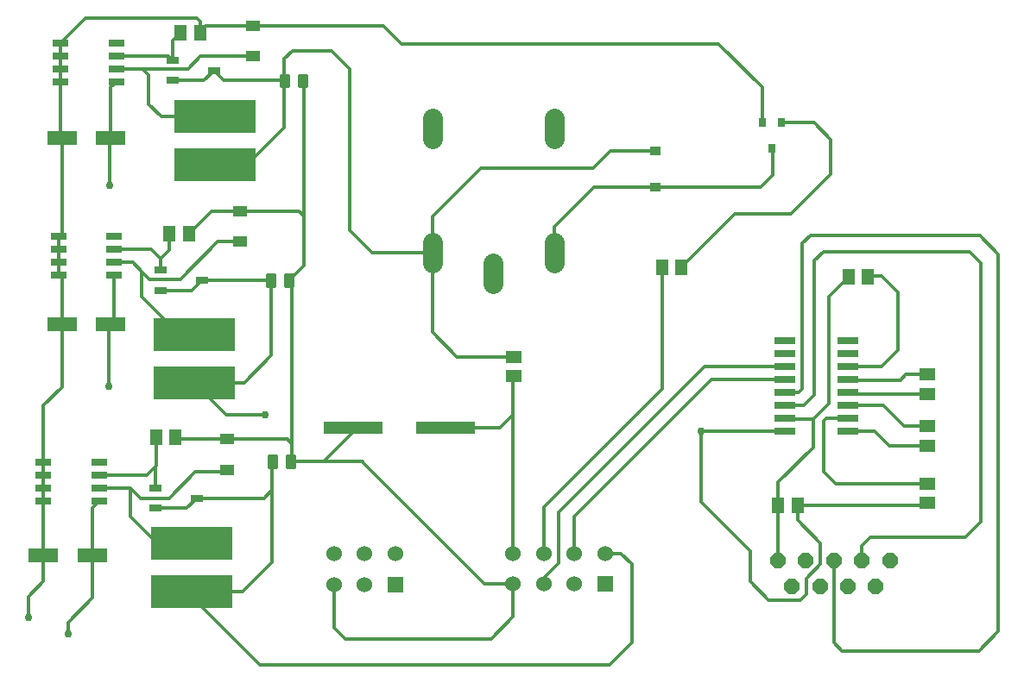
<source format=gbr>
G04 EAGLE Gerber RS-274X export*
G75*
%MOMM*%
%FSLAX34Y34*%
%LPD*%
%INTop Copper*%
%IPPOS*%
%AMOC8*
5,1,8,0,0,1.08239X$1,22.5*%
G01*
%ADD10R,2.032000X0.660400*%
%ADD11R,1.300000X1.500000*%
%ADD12R,1.500000X1.300000*%
%ADD13P,1.649562X8X202.500000*%
%ADD14C,1.530000*%
%ADD15R,1.530000X1.530000*%
%ADD16R,1.550000X0.700000*%
%ADD17R,8.000000X3.300000*%
%ADD18R,1.370000X1.120000*%
%ADD19R,1.270000X0.635000*%
%ADD20C,0.254000*%
%ADD21R,3.000000X1.400000*%
%ADD22C,1.981200*%
%ADD23R,1.130000X0.920000*%
%ADD24R,0.650000X0.950000*%
%ADD25R,5.750000X1.200000*%
%ADD26C,0.304800*%
%ADD27C,0.756400*%


D10*
X843734Y249550D03*
X782266Y249550D03*
X843734Y262250D03*
X843734Y274950D03*
X782266Y262250D03*
X782266Y274950D03*
X843734Y287650D03*
X782266Y287650D03*
X843734Y300350D03*
X782266Y300350D03*
X843734Y313050D03*
X843734Y325750D03*
X782266Y313050D03*
X782266Y325750D03*
X843734Y338450D03*
X782266Y338450D03*
D11*
X863500Y401000D03*
X844500Y401000D03*
D12*
X922000Y254500D03*
X922000Y235500D03*
X922000Y305500D03*
X922000Y286500D03*
D11*
X775500Y177000D03*
X794500Y177000D03*
D12*
X922000Y198500D03*
X922000Y179500D03*
D13*
X884864Y122700D03*
X857432Y122700D03*
X830000Y122700D03*
X802568Y122700D03*
X775136Y122700D03*
X871148Y97300D03*
X843716Y97300D03*
X816284Y97300D03*
X788852Y97300D03*
D14*
X575622Y99652D03*
X575622Y129652D03*
X545622Y99652D03*
X545622Y129652D03*
D15*
X605622Y99652D03*
D14*
X515622Y99652D03*
X605622Y129652D03*
X515622Y129652D03*
D15*
X400000Y99420D03*
D14*
X400000Y129420D03*
X370000Y99420D03*
X340000Y99420D03*
X370000Y129420D03*
X340000Y129420D03*
D12*
X516000Y322500D03*
X516000Y303500D03*
D16*
X126250Y592950D03*
X126250Y605650D03*
X126250Y618350D03*
X126250Y631050D03*
X71750Y631050D03*
X71750Y618350D03*
X71750Y605650D03*
X71750Y592950D03*
D17*
X223000Y558500D03*
X223000Y511500D03*
D18*
X260000Y618000D03*
X260000Y648000D03*
D19*
X222000Y604000D03*
X182000Y614000D03*
X182000Y594000D03*
D20*
X305080Y599715D02*
X312700Y599715D01*
X312700Y588285D01*
X305080Y588285D01*
X305080Y599715D01*
X305080Y590698D02*
X312700Y590698D01*
X312700Y593111D02*
X305080Y593111D01*
X305080Y595524D02*
X312700Y595524D01*
X312700Y597937D02*
X305080Y597937D01*
X294920Y599715D02*
X287300Y599715D01*
X294920Y599715D02*
X294920Y588285D01*
X287300Y588285D01*
X287300Y599715D01*
X287300Y590698D02*
X294920Y590698D01*
X294920Y593111D02*
X287300Y593111D01*
X287300Y595524D02*
X294920Y595524D01*
X294920Y597937D02*
X287300Y597937D01*
D16*
X124250Y402950D03*
X124250Y415650D03*
X124250Y428350D03*
X124250Y441050D03*
X69750Y441050D03*
X69750Y428350D03*
X69750Y415650D03*
X69750Y402950D03*
D17*
X203000Y344500D03*
X203000Y297500D03*
D18*
X248000Y436000D03*
X248000Y466000D03*
D19*
X210000Y398000D03*
X170000Y408000D03*
X170000Y388000D03*
D20*
X292080Y403715D02*
X299700Y403715D01*
X299700Y392285D01*
X292080Y392285D01*
X292080Y403715D01*
X292080Y394698D02*
X299700Y394698D01*
X299700Y397111D02*
X292080Y397111D01*
X292080Y399524D02*
X299700Y399524D01*
X299700Y401937D02*
X292080Y401937D01*
X281920Y403715D02*
X274300Y403715D01*
X281920Y403715D02*
X281920Y392285D01*
X274300Y392285D01*
X274300Y403715D01*
X274300Y394698D02*
X281920Y394698D01*
X281920Y397111D02*
X274300Y397111D01*
X274300Y399524D02*
X281920Y399524D01*
X281920Y401937D02*
X274300Y401937D01*
D16*
X109250Y180950D03*
X109250Y193650D03*
X109250Y206350D03*
X109250Y219050D03*
X54750Y219050D03*
X54750Y206350D03*
X54750Y193650D03*
X54750Y180950D03*
D17*
X200000Y139500D03*
X200000Y92500D03*
D18*
X235000Y212000D03*
X235000Y242000D03*
D19*
X205000Y184000D03*
X165000Y194000D03*
X165000Y174000D03*
D20*
X293080Y225715D02*
X300700Y225715D01*
X300700Y214285D01*
X293080Y214285D01*
X293080Y225715D01*
X293080Y216698D02*
X300700Y216698D01*
X300700Y219111D02*
X293080Y219111D01*
X293080Y221524D02*
X300700Y221524D01*
X300700Y223937D02*
X293080Y223937D01*
X282920Y225715D02*
X275300Y225715D01*
X282920Y225715D02*
X282920Y214285D01*
X275300Y214285D01*
X275300Y225715D01*
X275300Y216698D02*
X282920Y216698D01*
X282920Y219111D02*
X275300Y219111D01*
X275300Y221524D02*
X282920Y221524D01*
X282920Y223937D02*
X275300Y223937D01*
D21*
X73000Y538000D03*
X121000Y538000D03*
X73000Y355000D03*
X121000Y355000D03*
X55000Y128000D03*
X103000Y128000D03*
D11*
X208500Y641000D03*
X189500Y641000D03*
X197500Y444000D03*
X178500Y444000D03*
X184500Y244000D03*
X165500Y244000D03*
D22*
X496000Y394844D02*
X496000Y414656D01*
X555690Y415164D02*
X555690Y434976D01*
X436310Y434976D02*
X436310Y415164D01*
X436310Y537084D02*
X436310Y556896D01*
X555690Y556896D02*
X555690Y537084D01*
D23*
X655000Y524500D03*
X655000Y489500D03*
D24*
X759500Y552500D03*
X778500Y552500D03*
X769000Y527500D03*
D11*
X661500Y411000D03*
X680500Y411000D03*
D25*
X359000Y253000D03*
X449000Y253000D03*
D26*
X200000Y388000D02*
X170000Y388000D01*
X200000Y388000D02*
X210000Y398000D01*
X278110Y398000D01*
X251500Y297500D02*
X203000Y297500D01*
X278110Y324110D02*
X278110Y398000D01*
X278110Y324110D02*
X251500Y297500D01*
X234500Y266000D02*
X203000Y297500D01*
D27*
X272000Y266000D03*
D26*
X234500Y266000D01*
X267000Y20000D02*
X610000Y20000D01*
X632000Y42000D02*
X632000Y119000D01*
X621348Y129652D01*
X605622Y129652D01*
X632000Y42000D02*
X610000Y20000D01*
X250500Y92500D02*
X200000Y92500D01*
X279110Y121110D02*
X279110Y192000D01*
X279110Y220000D01*
X279110Y121110D02*
X250500Y92500D01*
X195000Y174000D02*
X165000Y174000D01*
X195000Y174000D02*
X205000Y184000D01*
X271110Y184000D01*
X279110Y192000D01*
X200000Y87000D02*
X267000Y20000D01*
X200000Y87000D02*
X200000Y92500D01*
X515622Y266000D02*
X515622Y302000D01*
X515622Y266000D02*
X515622Y129652D01*
X515622Y302000D02*
X515622Y303122D01*
X516000Y303500D01*
X515622Y303122D02*
X515245Y303500D01*
D27*
X700000Y250000D03*
D26*
X781816Y250000D01*
X782266Y249550D01*
X917500Y175000D02*
X919500Y177000D01*
X794500Y177000D01*
X919500Y177000D02*
X922000Y179500D01*
X700000Y180000D02*
X700000Y250000D01*
X700000Y180000D02*
X748000Y132000D01*
X794500Y177000D02*
X795000Y176500D01*
X748000Y132000D02*
X748000Y102000D01*
X766000Y84000D01*
X797000Y84000D01*
X803000Y90000D01*
X794500Y162500D02*
X794500Y177000D01*
X803000Y105000D02*
X803000Y90000D01*
X803000Y105000D02*
X817000Y119000D01*
X817000Y140000D01*
X794500Y162500D01*
X515622Y302000D02*
X514622Y303000D01*
X515622Y266000D02*
X502811Y253189D01*
X502622Y253000D01*
X449000Y253000D01*
X487348Y99652D02*
X515622Y99652D01*
X825000Y381500D02*
X844500Y401000D01*
X825000Y381500D02*
X825000Y277000D01*
X810000Y262000D01*
X782516Y262000D02*
X782266Y262250D01*
X782516Y262000D02*
X810000Y262000D01*
X810000Y234000D01*
X775500Y199500D02*
X775500Y180000D01*
X775500Y177000D01*
X775500Y199500D02*
X810000Y234000D01*
X775136Y179636D02*
X775136Y122700D01*
X775136Y179636D02*
X775500Y180000D01*
X298890Y237000D02*
X298890Y395000D01*
X298890Y237000D02*
X298890Y222000D01*
X296890Y220000D01*
X298890Y395000D02*
X295890Y398000D01*
X310000Y461000D02*
X310000Y592890D01*
X310000Y461000D02*
X310000Y412110D01*
X295890Y398000D01*
X310000Y592890D02*
X308890Y594000D01*
X388000Y648000D02*
X406000Y630000D01*
X759500Y587500D02*
X759500Y552500D01*
X717000Y630000D02*
X406000Y630000D01*
X717000Y630000D02*
X759500Y587500D01*
X388000Y648000D02*
X260000Y648000D01*
X213500Y648000D01*
X208500Y643000D01*
X208500Y641000D01*
X71750Y631050D02*
X71750Y618350D01*
X71750Y605650D01*
X71750Y592950D01*
X71750Y539250D01*
X73000Y538000D01*
X73000Y444300D01*
X69750Y441050D01*
X69750Y428350D01*
X69750Y415650D01*
X69750Y402950D01*
X73000Y399700D01*
X73000Y355000D01*
X197500Y444000D02*
X219500Y466000D01*
X248000Y466000D01*
X54750Y219050D02*
X54750Y206350D01*
X54750Y193650D01*
X54750Y180950D01*
X54750Y128250D01*
X55000Y128000D01*
D27*
X40000Y67000D03*
D26*
X40000Y87000D01*
X55000Y102000D02*
X55000Y128000D01*
X55000Y102000D02*
X40000Y87000D01*
X340000Y99420D02*
X340000Y57000D01*
X351000Y46000D01*
X494000Y46000D01*
X515622Y67622D02*
X515622Y99652D01*
X515622Y67622D02*
X494000Y46000D01*
X186500Y242000D02*
X184500Y244000D01*
X186500Y242000D02*
X235000Y242000D01*
X54750Y219050D02*
X54750Y274750D01*
X73000Y293000D02*
X73000Y355000D01*
X73000Y293000D02*
X54750Y274750D01*
X71750Y631050D02*
X96076Y655376D01*
X208500Y652000D02*
X208500Y641000D01*
X208500Y652000D02*
X205124Y655376D01*
X96076Y655376D01*
X248000Y466000D02*
X305000Y466000D01*
X310000Y461000D01*
X293890Y242000D02*
X235000Y242000D01*
X293890Y242000D02*
X298890Y237000D01*
X330000Y220000D02*
X367500Y220000D01*
X330000Y220000D02*
X296890Y220000D01*
X367500Y220000D02*
X367500Y219500D01*
X487348Y99652D01*
X357000Y247000D02*
X330000Y220000D01*
X357000Y247000D02*
X359000Y253000D01*
X575622Y165622D02*
X575622Y129652D01*
X710350Y300350D02*
X782266Y300350D01*
X710350Y300350D02*
X575622Y165622D01*
X545622Y105622D02*
X545622Y99652D01*
X545622Y105622D02*
X560000Y120000D01*
X560000Y170000D01*
X703050Y313050D01*
X782266Y313050D01*
X884500Y235500D02*
X922000Y235500D01*
X884500Y235500D02*
X870000Y250000D01*
X844184Y250000D01*
X843734Y249550D01*
X844884Y286500D02*
X922000Y286500D01*
X844884Y286500D02*
X843734Y287650D01*
X898500Y254500D02*
X922000Y254500D01*
X878050Y274950D02*
X843734Y274950D01*
X878050Y274950D02*
X898500Y254500D01*
X900500Y305500D02*
X922000Y305500D01*
X900500Y305500D02*
X895000Y300000D01*
X844084Y300000D01*
X843734Y300350D01*
X843734Y262250D02*
X822250Y262250D01*
X820000Y260000D01*
X820000Y210000D01*
X831500Y198500D02*
X922000Y198500D01*
X831500Y198500D02*
X820000Y210000D01*
X843734Y313050D02*
X877050Y313050D01*
X893000Y329000D01*
X893000Y386000D01*
X877000Y402000D01*
X864500Y402000D01*
X863500Y401000D01*
X857432Y137432D02*
X857432Y122700D01*
X857432Y137432D02*
X866000Y146000D01*
X959000Y146000D01*
X974000Y161000D01*
X974000Y415000D01*
X963000Y426000D01*
X820000Y426000D01*
X811000Y417000D01*
X811000Y285000D01*
X800950Y274950D02*
X782266Y274950D01*
X800950Y274950D02*
X811000Y285000D01*
X795650Y287650D02*
X782266Y287650D01*
X795650Y287650D02*
X799000Y291000D01*
X799000Y434000D02*
X807000Y442000D01*
X973000Y442000D01*
X972000Y34000D02*
X838000Y34000D01*
X799000Y291000D02*
X799000Y434000D01*
X973000Y442000D02*
X991313Y423687D01*
X990894Y52894D02*
X990313Y52313D01*
X990894Y52894D02*
X991313Y53313D01*
X990313Y52313D02*
X972000Y34000D01*
X838000Y34000D02*
X830000Y42000D01*
X830000Y122700D01*
X991313Y53313D02*
X991313Y423687D01*
X121000Y538000D02*
X121000Y587700D01*
X126250Y592950D01*
D27*
X120000Y491000D03*
D26*
X120000Y537000D01*
X121000Y538000D01*
D27*
X79000Y51000D03*
D26*
X103000Y86000D02*
X103000Y128000D01*
X79000Y62000D02*
X79000Y51000D01*
X79000Y62000D02*
X103000Y86000D01*
X103000Y128000D02*
X103000Y174700D01*
X109250Y180950D01*
X121000Y355000D02*
X124250Y358250D01*
X124250Y402950D01*
D27*
X119000Y294000D03*
D26*
X119000Y353000D01*
X121000Y355000D01*
X545622Y175622D02*
X545622Y129652D01*
X661500Y291500D02*
X661500Y411000D01*
X661500Y291500D02*
X545622Y175622D01*
X152000Y605650D02*
X126250Y605650D01*
X152000Y605650D02*
X196650Y605650D01*
X209000Y618000D02*
X260000Y618000D01*
X209000Y618000D02*
X196650Y605650D01*
X170500Y558500D02*
X223000Y558500D01*
X158000Y599650D02*
X152000Y605650D01*
X158000Y571000D02*
X170500Y558500D01*
X158000Y571000D02*
X158000Y599650D01*
X182000Y594000D02*
X212000Y594000D01*
X222000Y604000D01*
X232000Y594000D01*
X291110Y594000D01*
X254500Y511500D02*
X223000Y511500D01*
X291110Y548110D02*
X291110Y594000D01*
X291110Y548110D02*
X254500Y511500D01*
X291110Y594000D02*
X291110Y615110D01*
X299000Y623000D01*
X337000Y623000D01*
X355000Y605000D02*
X355000Y447000D01*
X355000Y605000D02*
X337000Y623000D01*
X436310Y460310D02*
X436310Y425070D01*
X610500Y524500D02*
X655000Y524500D01*
X484000Y508000D02*
X436310Y460310D01*
X484000Y508000D02*
X594000Y508000D01*
X610500Y524500D01*
X516000Y322500D02*
X460500Y322500D01*
X436310Y346690D01*
X436310Y425070D01*
X376930Y425070D02*
X355000Y447000D01*
X376930Y425070D02*
X436310Y425070D01*
X177650Y618350D02*
X126250Y618350D01*
X177650Y618350D02*
X182000Y614000D01*
X182000Y633500D01*
X189500Y641000D01*
X142350Y415650D02*
X124250Y415650D01*
X142350Y415650D02*
X151500Y406500D01*
X159000Y399000D01*
X226000Y436000D02*
X248000Y436000D01*
X189000Y399000D02*
X159000Y399000D01*
X189000Y399000D02*
X226000Y436000D01*
X151500Y406500D02*
X151500Y381500D01*
X188500Y344500D02*
X203000Y344500D01*
X188500Y344500D02*
X151500Y381500D01*
X170000Y408000D02*
X170000Y419000D01*
X160650Y428350D02*
X124250Y428350D01*
X160650Y428350D02*
X170000Y419000D01*
X178500Y427500D02*
X178500Y444000D01*
X178500Y427500D02*
X170000Y419000D01*
X235000Y212000D02*
X235000Y210000D01*
X140350Y193650D02*
X109250Y193650D01*
X204000Y210000D02*
X235000Y210000D01*
X150000Y184000D02*
X140350Y193650D01*
X150000Y184000D02*
X178000Y184000D01*
X204000Y210000D01*
X200000Y139500D02*
X166500Y139500D01*
X140000Y166000D01*
X140000Y193300D01*
X140350Y193650D01*
X165000Y194000D02*
X165000Y215000D01*
X156350Y206350D02*
X109250Y206350D01*
X156350Y206350D02*
X165000Y215000D01*
X165500Y215500D01*
X165500Y244000D01*
X680500Y411000D02*
X732500Y463000D01*
X827000Y502000D02*
X827000Y536000D01*
X810500Y552500D01*
X778500Y552500D01*
X788000Y463000D02*
X732500Y463000D01*
X788000Y463000D02*
X827000Y502000D01*
X555690Y450690D02*
X555690Y425070D01*
X594500Y489500D02*
X655000Y489500D01*
X594500Y489500D02*
X555690Y450690D01*
X655000Y489500D02*
X758500Y489500D01*
X770000Y501000D01*
X770000Y526500D01*
X769000Y527500D01*
M02*

</source>
